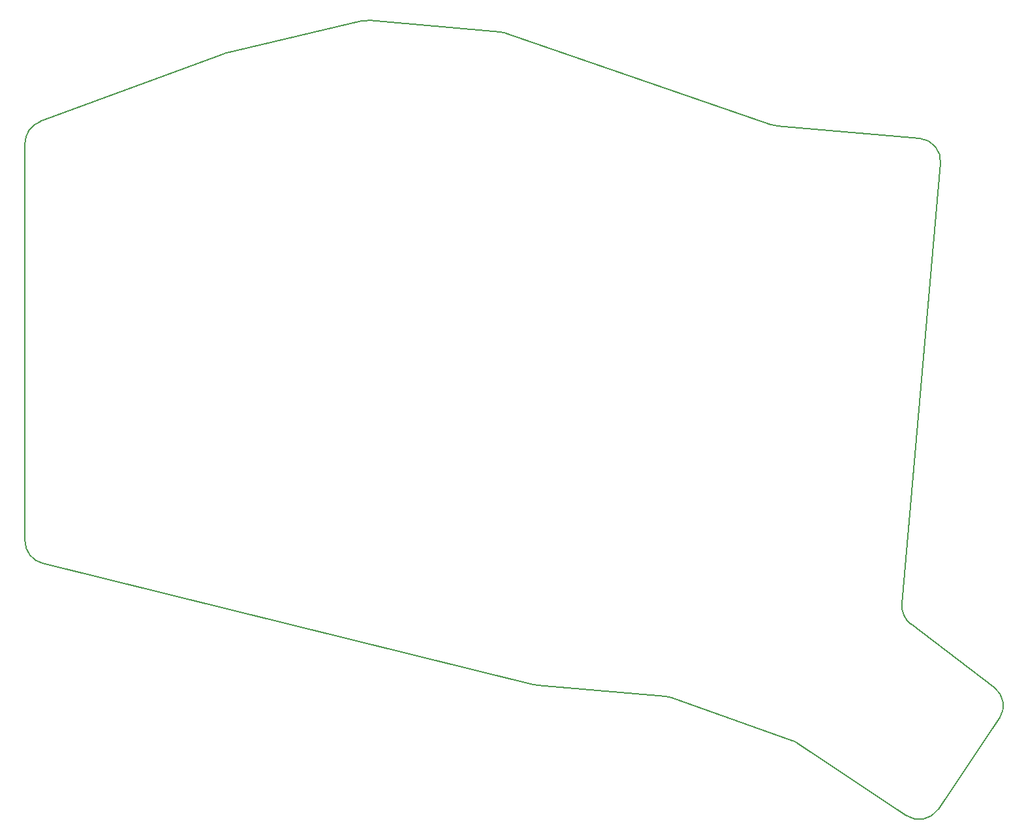
<source format=gbr>
%TF.GenerationSoftware,KiCad,Pcbnew,8.0.6*%
%TF.CreationDate,2024-11-20T19:49:45-07:00*%
%TF.ProjectId,board,626f6172-642e-46b6-9963-61645f706362,v1.0.0*%
%TF.SameCoordinates,Original*%
%TF.FileFunction,Profile,NP*%
%FSLAX46Y46*%
G04 Gerber Fmt 4.6, Leading zero omitted, Abs format (unit mm)*
G04 Created by KiCad (PCBNEW 8.0.6) date 2024-11-20 19:49:45*
%MOMM*%
%LPD*%
G01*
G04 APERTURE LIST*
%TA.AperFunction,Profile*%
%ADD10C,0.150000*%
%TD*%
G04 APERTURE END LIST*
D10*
X-11000000Y43911182D02*
G75*
G02*
X-9040961Y46724792I3000003J-2D01*
G01*
X105045958Y44571431D02*
G75*
G02*
X107773134Y41321375I-261458J-2988631D01*
G01*
X50671740Y58362938D02*
G75*
G02*
X51388774Y58210300I-261440J-2988638D01*
G01*
X33593127Y59857123D02*
X50671739Y58362938D01*
X107473693Y-42470126D02*
G75*
G02*
X103321474Y-43287979I-2487093J1677626D01*
G01*
X86486170Y46195203D02*
X105045958Y44571432D01*
X-8719659Y-10563476D02*
G75*
G02*
X-11000000Y-7651073I719658J2912402D01*
G01*
X103945845Y-18471535D02*
G75*
G02*
X102770373Y-15817985I1812955J2390235D01*
G01*
X103321452Y-43288013D02*
X89231622Y-33886407D01*
X88567914Y-33553948D02*
X72895588Y-28004086D01*
X115401368Y-30716864D02*
X107473693Y-42470126D01*
X72895588Y-28004086D02*
X72110118Y-27833544D01*
X-11000000Y-7651073D02*
X-11000000Y43911182D01*
X51388771Y58210291D02*
X85769139Y46347849D01*
X107773075Y41321380D02*
X103284633Y-9981746D01*
X-9040961Y46724792D02*
X14484868Y55428722D01*
X86486171Y46195202D02*
G75*
G02*
X85769136Y46347840I261429J2988598D01*
G01*
X103284633Y-9981746D02*
G75*
G02*
X103284470Y-9983600I-866033J75246D01*
G01*
X114727211Y-26649059D02*
G75*
G02*
X115401392Y-30716880I-1812911J-2390241D01*
G01*
X103284470Y-9983600D02*
X102770380Y-15817986D01*
X55406861Y-26372198D02*
G75*
G02*
X54948667Y-26296024I261439J2988698D01*
G01*
X32634636Y59786442D02*
G75*
G02*
X33593128Y59857135I697064J-2917942D01*
G01*
X103945845Y-18471535D02*
X114727212Y-26649058D01*
X14828805Y55533015D02*
X32634636Y59786442D01*
X88567914Y-33553948D02*
G75*
G02*
X89231624Y-33886403I-1001414J-2827952D01*
G01*
X72110118Y-27833544D02*
X55406861Y-26372198D01*
X54948669Y-26296017D02*
X-8719659Y-10563476D01*
X14484868Y55428722D02*
G75*
G02*
X14828803Y55533022I1040932J-2813322D01*
G01*
M02*

</source>
